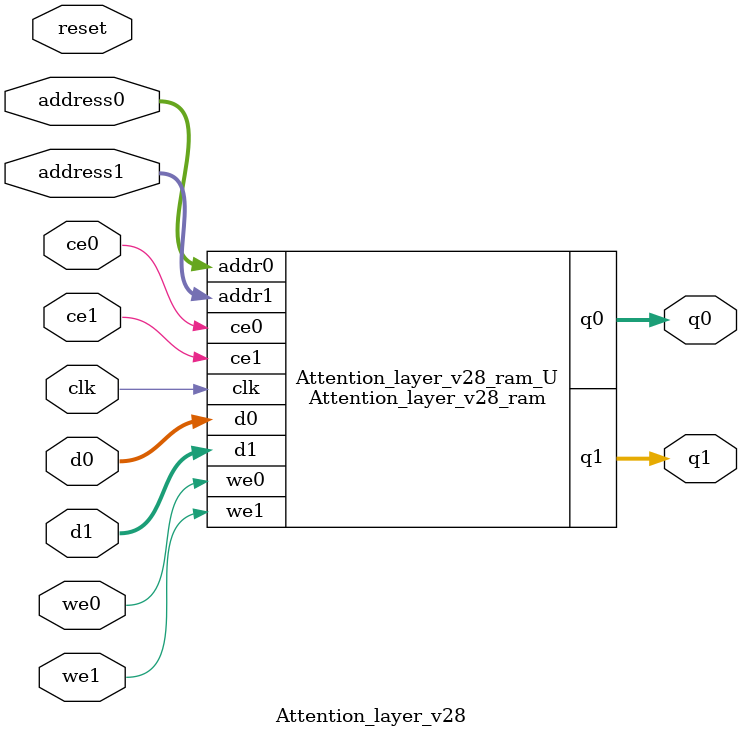
<source format=v>
`timescale 1 ns / 1 ps
module Attention_layer_v28_ram (addr0, ce0, d0, we0, q0, addr1, ce1, d1, we1, q1,  clk);

parameter DWIDTH = 32;
parameter AWIDTH = 4;
parameter MEM_SIZE = 12;

input[AWIDTH-1:0] addr0;
input ce0;
input[DWIDTH-1:0] d0;
input we0;
output reg[DWIDTH-1:0] q0;
input[AWIDTH-1:0] addr1;
input ce1;
input[DWIDTH-1:0] d1;
input we1;
output reg[DWIDTH-1:0] q1;
input clk;

(* ram_style = "block" *)reg [DWIDTH-1:0] ram[0:MEM_SIZE-1];




always @(posedge clk)  
begin 
    if (ce0) begin
        if (we0) 
            ram[addr0] <= d0; 
        q0 <= ram[addr0];
    end
end


always @(posedge clk)  
begin 
    if (ce1) begin
        if (we1) 
            ram[addr1] <= d1; 
        q1 <= ram[addr1];
    end
end


endmodule

`timescale 1 ns / 1 ps
module Attention_layer_v28(
    reset,
    clk,
    address0,
    ce0,
    we0,
    d0,
    q0,
    address1,
    ce1,
    we1,
    d1,
    q1);

parameter DataWidth = 32'd32;
parameter AddressRange = 32'd12;
parameter AddressWidth = 32'd4;
input reset;
input clk;
input[AddressWidth - 1:0] address0;
input ce0;
input we0;
input[DataWidth - 1:0] d0;
output[DataWidth - 1:0] q0;
input[AddressWidth - 1:0] address1;
input ce1;
input we1;
input[DataWidth - 1:0] d1;
output[DataWidth - 1:0] q1;



Attention_layer_v28_ram Attention_layer_v28_ram_U(
    .clk( clk ),
    .addr0( address0 ),
    .ce0( ce0 ),
    .we0( we0 ),
    .d0( d0 ),
    .q0( q0 ),
    .addr1( address1 ),
    .ce1( ce1 ),
    .we1( we1 ),
    .d1( d1 ),
    .q1( q1 ));

endmodule


</source>
